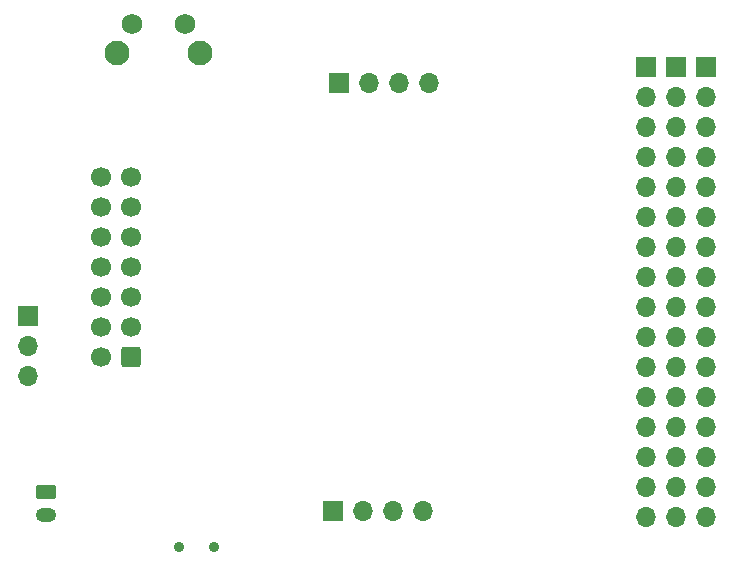
<source format=gbr>
%TF.GenerationSoftware,KiCad,Pcbnew,7.0.9*%
%TF.CreationDate,2024-01-06T14:55:19-06:00*%
%TF.ProjectId,Capsense_v2,43617073-656e-4736-955f-76322e6b6963,rev?*%
%TF.SameCoordinates,Original*%
%TF.FileFunction,Soldermask,Bot*%
%TF.FilePolarity,Negative*%
%FSLAX46Y46*%
G04 Gerber Fmt 4.6, Leading zero omitted, Abs format (unit mm)*
G04 Created by KiCad (PCBNEW 7.0.9) date 2024-01-06 14:55:19*
%MOMM*%
%LPD*%
G01*
G04 APERTURE LIST*
G04 Aperture macros list*
%AMRoundRect*
0 Rectangle with rounded corners*
0 $1 Rounding radius*
0 $2 $3 $4 $5 $6 $7 $8 $9 X,Y pos of 4 corners*
0 Add a 4 corners polygon primitive as box body*
4,1,4,$2,$3,$4,$5,$6,$7,$8,$9,$2,$3,0*
0 Add four circle primitives for the rounded corners*
1,1,$1+$1,$2,$3*
1,1,$1+$1,$4,$5*
1,1,$1+$1,$6,$7*
1,1,$1+$1,$8,$9*
0 Add four rect primitives between the rounded corners*
20,1,$1+$1,$2,$3,$4,$5,0*
20,1,$1+$1,$4,$5,$6,$7,0*
20,1,$1+$1,$6,$7,$8,$9,0*
20,1,$1+$1,$8,$9,$2,$3,0*%
G04 Aperture macros list end*
%ADD10R,1.700000X1.700000*%
%ADD11O,1.700000X1.700000*%
%ADD12RoundRect,0.250000X0.600000X0.600000X-0.600000X0.600000X-0.600000X-0.600000X0.600000X-0.600000X0*%
%ADD13C,1.700000*%
%ADD14C,0.900000*%
%ADD15C,2.100000*%
%ADD16C,1.750000*%
%ADD17RoundRect,0.250000X-0.625000X0.350000X-0.625000X-0.350000X0.625000X-0.350000X0.625000X0.350000X0*%
%ADD18O,1.750000X1.200000*%
G04 APERTURE END LIST*
D10*
%TO.C,J5*%
X163170000Y-55480000D03*
X165710000Y-55480000D03*
X168250000Y-55480000D03*
D11*
X163170000Y-58020000D03*
X165710000Y-58020000D03*
X168250000Y-58020000D03*
X163170000Y-60560000D03*
X165710000Y-60560000D03*
X168250000Y-60560000D03*
X163170000Y-63100000D03*
X165710000Y-63100000D03*
X168250000Y-63100000D03*
X163170000Y-65640000D03*
X165710000Y-65640000D03*
X168250000Y-65640000D03*
X163170000Y-68180000D03*
X165710000Y-68180000D03*
X168250000Y-68180000D03*
X163170000Y-70720000D03*
X165710000Y-70720000D03*
X168250000Y-70720000D03*
X163170000Y-73260000D03*
X165710000Y-73260000D03*
X168250000Y-73260000D03*
X163170000Y-75800000D03*
X165710000Y-75800000D03*
X168250000Y-75800000D03*
X163170000Y-78340000D03*
X165710000Y-78340000D03*
X168250000Y-78340000D03*
X163170000Y-80880000D03*
X165710000Y-80880000D03*
X168250000Y-80880000D03*
X163170000Y-83420000D03*
X165710000Y-83420000D03*
X168250000Y-83420000D03*
X163170000Y-85960000D03*
X165710000Y-85960000D03*
X168250000Y-85960000D03*
X163170000Y-88500000D03*
X165710000Y-88500000D03*
X168250000Y-88500000D03*
X163170000Y-91040000D03*
X165710000Y-91040000D03*
X168250000Y-91040000D03*
X163170000Y-93580000D03*
X165710000Y-93580000D03*
X168250000Y-93580000D03*
%TD*%
D12*
%TO.C,J3*%
X119600000Y-80000000D03*
D13*
X117060000Y-80000000D03*
X119600000Y-77460000D03*
X117060000Y-77460000D03*
X119600000Y-74920000D03*
X117060000Y-74920000D03*
X119600000Y-72380000D03*
X117060000Y-72380000D03*
X119600000Y-69840000D03*
X117060000Y-69840000D03*
X119600000Y-67300000D03*
X117060000Y-67300000D03*
X119600000Y-64760000D03*
X117060000Y-64760000D03*
%TD*%
D10*
%TO.C,J2*%
X137180000Y-56800000D03*
D11*
X139720000Y-56800000D03*
X142260000Y-56800000D03*
X144800000Y-56800000D03*
%TD*%
D14*
%TO.C,SW2*%
X123600000Y-96100000D03*
X126600000Y-96100000D03*
%TD*%
D15*
%TO.C,SW1*%
X118390000Y-54290000D03*
X125400000Y-54290000D03*
D16*
X119640000Y-51800000D03*
X124140000Y-51800000D03*
%TD*%
D17*
%TO.C,J8*%
X112400000Y-91400000D03*
D18*
X112400000Y-93400000D03*
%TD*%
D10*
%TO.C,J1*%
X136630000Y-93000000D03*
D11*
X139170000Y-93000000D03*
X141710000Y-93000000D03*
X144250000Y-93000000D03*
%TD*%
D10*
%TO.C,J4*%
X110800000Y-76520000D03*
D11*
X110800000Y-79060000D03*
X110800000Y-81600000D03*
%TD*%
M02*

</source>
